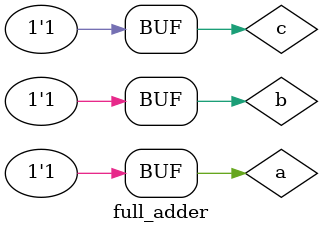
<source format=v>
module full(output s,ca,input a,b,c);
 wire t1,t2,t3;
 and(t1,a,b),(t2,b,c),(t3,c,a);
 xor(s,a,b,c);
 or(ca,t1,t2,t3);
endmodule

module full_adder;
 reg a,b,c;
 wire s,ca;
 full instance0(s,ca,a,b,c);
 initial begin
    $dumpfile("veri.vcd");
    $dumpvars(1);
    $display("full adder\n a b c  sum  carry ");
    $monitor(a," ",b," ",c,"  ",s,"  ",ca);
    a=0;b=0;c=0;
    #1;a=0;b=0;c=1;
    #1;a=0;b=1;c=0;
    #1;a=0;b=1;c=1;
    #1;a=1;b=0;c=0;
    #1;a=1;b=0;c=1;
    #1;a=1;b=1;c=0;
    #1;a=1;b=1;c=1;
    #1;
 end
endmodule
</source>
